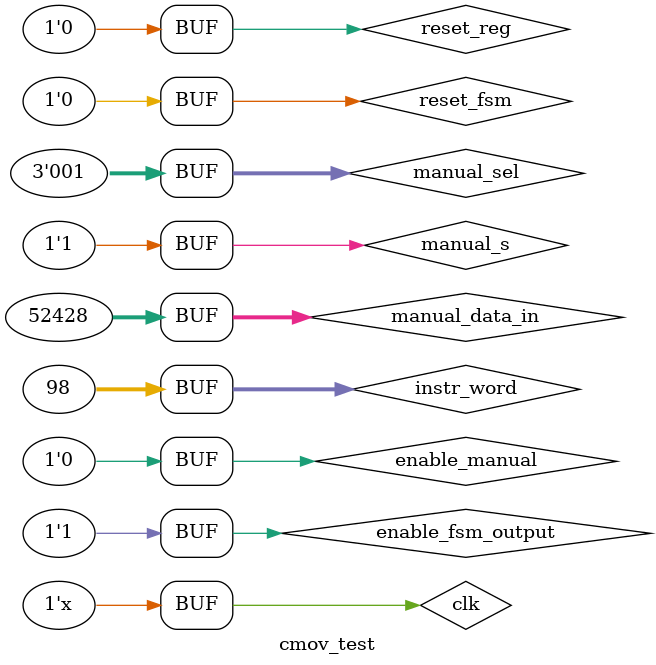
<source format=sv>

module cmov_test();
    reg clk;
    reg reset_reg;
    reg reset_fsm;
    reg [31:0] instr_word;
    reg enable_fsm_output;

    reg enable_manual;
    reg [2:0] manual_sel;
    reg manual_s;
    reg [31:0] manual_data_in;


    wire [3:0] instr;
    wire [2:0] regA;
    wire [2:0] regB;
    wire [2:0] regC;
    
    wire [31:0] reg_data_in;
    wire [31:0] reg_data_out;

    wire [2:0] reg_sel;
    wire reg_s;

    wire finished;

    wire [2:0] cmov_fsm_reg_sel;
    wire cmov_fsm_reg_s;
    wire [31:0] cmov_fsm_reg_in_bus;


    tribuf_n #(3) manual_sel_buf(manual_sel, enable_manual, reg_sel);
    tribuf_n #(1) manual_s_buf(manual_s, enable_manual, reg_s);
    tribuf_32 manual_data_in_buf(manual_data_in, enable_manual, reg_data_in);

    tribuf_n #(3) reg_sel_buf(cmov_fsm_reg_sel, enable_fsm_output, reg_sel);
    tribuf_n #(1) reg_s_buf(cmov_fsm_reg_s, enable_fsm_output, reg_s);
    tribuf_32 reg_data_in_buf(cmov_fsm_reg_in_bus, enable_fsm_output, reg_data_in);


    reg_bank bank(reg_sel, reg_s, reset_reg, clk, reg_data_in, reg_data_out);

    instr_decoder idecode(instr_word, instr, regA, regB, regC);

    cmov_fsm cfsm(regA, regB, regC,
                  reg_data_out,
                  clk, reset_fsm,
                  cmov_fsm_reg_in_bus,
                  cmov_fsm_reg_sel, cmov_fsm_reg_s,
                  finished);

    initial begin
        clk <= 0;

        reset_reg <= 1;
        reset_fsm <= 1;

        instr_word <= 32'b0000_0000000000000000000_001_100_010;
        enable_fsm_output <= 0;

        #10

        reset_fsm <= 0;
        reset_reg <= 0;

        #10

        enable_manual <= 1;
        manual_sel <= 3'b010;
        manual_data_in <= 32'b1;
        manual_s <= 1'b1;

        #10

        manual_sel <= 3'b100;
        manual_data_in <= 32'h5555;

        #10

        manual_sel <= 3'b001;
        manual_data_in <= 32'hcccc;

        #10

        enable_manual <= 0;
        enable_fsm_output <= 1;
        
        #10

        reset_fsm <= 1;


        #10

        reset_fsm <= 0;
    end


    always begin
        #5
        clk = ~clk;
    end
endmodule

</source>
